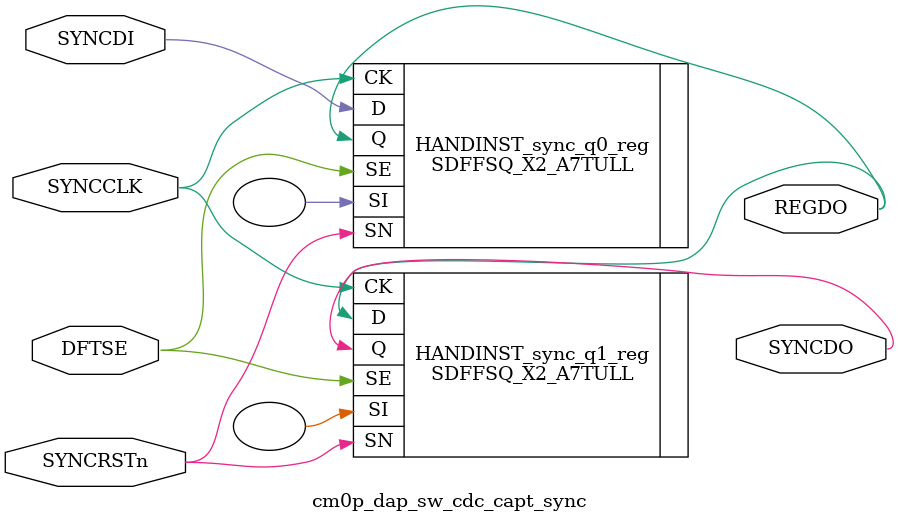
<source format=v>

module cm0p_dap_sw_cdc_capt_sync
          (input  wire SYNCRSTn,   // Synchronising Reset
           input  wire SYNCCLK,    // Synchronising Clock
           input  wire SYNCDI,     // Synchronising Data In
           input  wire DFTSE,      // Scan Enable for DFT
           output wire REGDO,      // Unsychronised Data Out
           output wire SYNCDO);    // Synchronising Data Out

  // --------------------------------------------------------------------------
  // This module is instantiated where a CDC-safe synchroniser is required,
  // i.e. where the input is from a different clock domain. The signal is
  // sampled using a series of two registers to minimise the chance of
  // metastability being introduced if the input changes around the time it
  // is sampled.
  //
  // The reset state of these registers must be 1 for correct operation.
  //
  // The implementation of this module must ensure that these requirements are
  // met.
  // --------------------------------------------------------------------------

  // --------------------------------------------------------------------------
  // In this example for the RM, 2 back to back SDFFS flops are used to implement
  // the synchroniser. The synthesis tool should be configured so that these gates
  // arent resynthesised into alternative gates, though resizing is allowed.
  // --------------------------------------------------------------------------

  //----------------------------------------------------------------------------
  // Beginning of main code
  //----------------------------------------------------------------------------

      SDFFSQ_X2_A7TULL HANDINST_sync_q0_reg
        (.CK (SYNCCLK),
         .SN (SYNCRSTn),
         .D  (SYNCDI),
         .SI (),
         .SE (DFTSE),
         .Q  (REGDO));

      SDFFSQ_X2_A7TULL HANDINST_sync_q1_reg
        (.CK (SYNCCLK),
         .SN (SYNCRSTn),
         .D  (REGDO),
         .SI (),
         .SE (DFTSE),
         .Q  (SYNCDO));


`ifdef ARM_ASSERT_ON
  `include "std_ovl_defines.h"

  // Input X not allowed - halt propogation at synchroniser level.
  ovl_never_unknown
    #(.severity_level(`OVL_FATAL),
      .width(1),
      .property_type(`OVL_ASSERT),
      .msg("Input X not allowed - halt propogation at synchroniser level."),
      .coverage_level(`OVL_COVER_DEFAULT),
      .clock_edge(`OVL_POSEDGE),
      .reset_polarity(`OVL_ACTIVE_LOW),
      .gating_type(`OVL_GATE_NONE))
   u_sync_xprop
     (
      .clock     (SYNCCLK),
      .reset     (SYNCRSTn),
      .enable    (1'b1),
      .qualifier (1'b1),
      .test_expr (SYNCDI),
      .fire      ());

`endif //  `ifdef ARM_ASSERT_ON


endmodule

</source>
